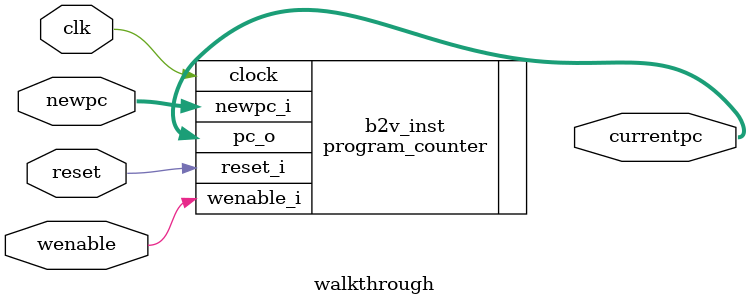
<source format=v>


module walkthrough(
	clk,
	wenable,
	reset,
	newpc,
	currentpc
);


input wire	clk;
input wire	wenable;
input wire	reset;
input wire	[7:0] newpc;
output wire	[7:0] currentpc;






program_counter	b2v_inst(
	.clock(clk),
	.wenable_i(wenable),
	.reset_i(reset),
	.newpc_i(newpc),
	.pc_o(currentpc));


endmodule

</source>
